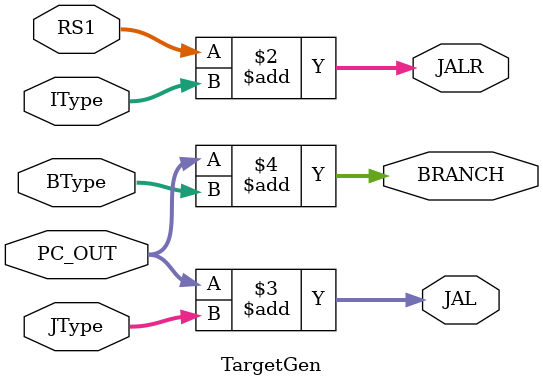
<source format=sv>
`timescale 1ns / 1ps


module TargetGen(
    input [31:0] RS1, IType, JType, BType, PC_OUT,
    output logic [31:0] JAL, JALR, BRANCH
    );
    
    always_comb
    begin 
    JALR = RS1 + IType;
    JAL = PC_OUT + JType;
    BRANCH = PC_OUT + BType;
    end 
endmodule

</source>
